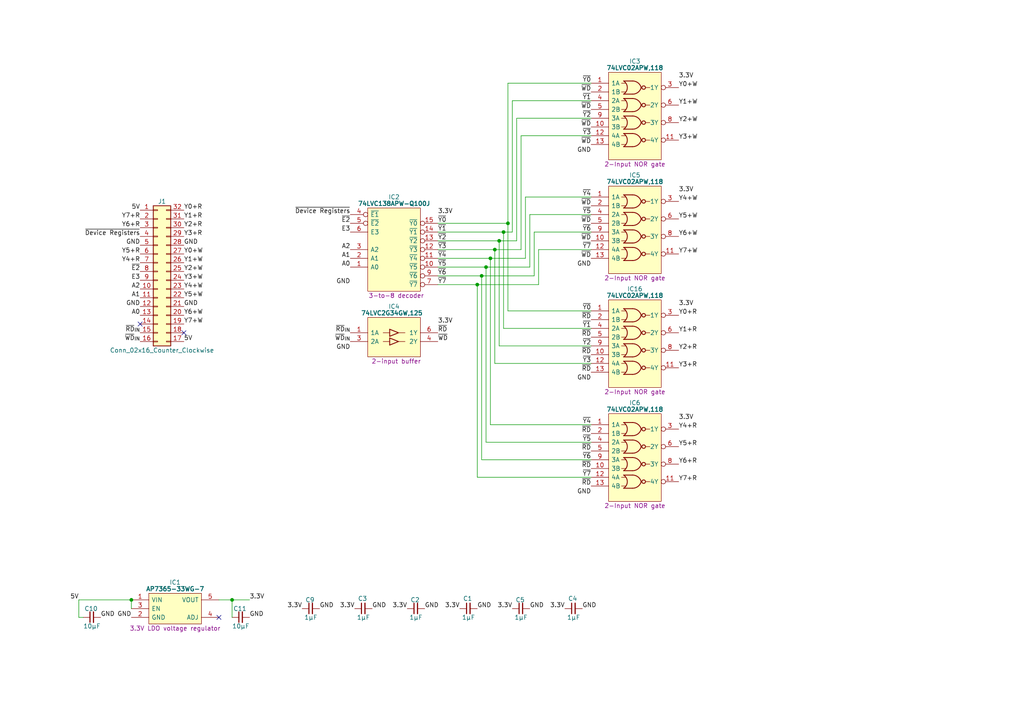
<source format=kicad_sch>
(kicad_sch (version 20230121) (generator eeschema)
  (paper "A4")
  (title_block (title "Device Decode Stage B") (date "2023-10-07") (rev "V0"))
  (lib_symbols
    (symbol "Connector_Generic:Conn_02x16_Counter_Clockwise" (pin_names (offset 1.016) hide)
      (property "Reference" "J" (at 1.27 20.32 0))
      (property "Value" "Conn_02x16_Counter_Clockwise" (at 1.27 -22.86 0))
      (symbol "Conn_02x16_Counter_Clockwise_1_1"
        (rectangle (start -1.27 -20.193) (end 0 -20.447) (stroke (width 0.1524)))
        (rectangle (start -1.27 -17.653) (end 0 -17.907) (stroke (width 0.1524)))
        (rectangle (start -1.27 -15.113) (end 0 -15.367) (stroke (width 0.1524)))
        (rectangle (start -1.27 -12.573) (end 0 -12.827) (stroke (width 0.1524)))
        (rectangle (start -1.27 -10.033) (end 0 -10.287) (stroke (width 0.1524)))
        (rectangle (start -1.27 -7.493) (end 0 -7.747) (stroke (width 0.1524)))
        (rectangle (start -1.27 -4.953) (end 0 -5.207) (stroke (width 0.1524)))
        (rectangle (start -1.27 -2.413) (end 0 -2.667) (stroke (width 0.1524)))
        (rectangle (start -1.27 0.127) (end 0 -0.127) (stroke (width 0.1524)))
        (rectangle (start -1.27 2.667) (end 0 2.413) (stroke (width 0.1524)))
        (rectangle (start -1.27 5.207) (end 0 4.953) (stroke (width 0.1524)))
        (rectangle (start -1.27 7.747) (end 0 7.493) (stroke (width 0.1524)))
        (rectangle (start -1.27 10.287) (end 0 10.033) (stroke (width 0.1524)))
        (rectangle (start -1.27 12.827) (end 0 12.573) (stroke (width 0.1524)))
        (rectangle (start -1.27 15.367) (end 0 15.113) (stroke (width 0.1524)))
        (rectangle (start -1.27 17.907) (end 0 17.653) (stroke (width 0.1524)))
        (rectangle (start -1.27 19.05) (end 3.81 -21.59) (stroke (width 0.254)) (fill (type background)))
        (rectangle (start 3.81 -20.193) (end 2.54 -20.447) (stroke (width 0.1524)))
        (rectangle (start 3.81 -17.653) (end 2.54 -17.907) (stroke (width 0.1524)))
        (rectangle (start 3.81 -15.113) (end 2.54 -15.367) (stroke (width 0.1524)))
        (rectangle (start 3.81 -12.573) (end 2.54 -12.827) (stroke (width 0.1524)))
        (rectangle (start 3.81 -10.033) (end 2.54 -10.287) (stroke (width 0.1524)))
        (rectangle (start 3.81 -7.493) (end 2.54 -7.747) (stroke (width 0.1524)))
        (rectangle (start 3.81 -4.953) (end 2.54 -5.207) (stroke (width 0.1524)))
        (rectangle (start 3.81 -2.413) (end 2.54 -2.667) (stroke (width 0.1524)))
        (rectangle (start 3.81 0.127) (end 2.54 -0.127) (stroke (width 0.1524)))
        (rectangle (start 3.81 2.667) (end 2.54 2.413) (stroke (width 0.1524)))
        (rectangle (start 3.81 5.207) (end 2.54 4.953) (stroke (width 0.1524)))
        (rectangle (start 3.81 7.747) (end 2.54 7.493) (stroke (width 0.1524)))
        (rectangle (start 3.81 10.287) (end 2.54 10.033) (stroke (width 0.1524)))
        (rectangle (start 3.81 12.827) (end 2.54 12.573) (stroke (width 0.1524)))
        (rectangle (start 3.81 15.367) (end 2.54 15.113) (stroke (width 0.1524)))
        (rectangle (start 3.81 17.907) (end 2.54 17.653) (stroke (width 0.1524)))
        (pin passive line (at -5.08 17.78 0) (length 3.81) (name "Pin_1") (number "1"))
        (pin passive line (at -5.08 -5.08 0) (length 3.81) (name "Pin_10") (number "10"))
        (pin passive line (at -5.08 -7.62 0) (length 3.81) (name "Pin_11") (number "11"))
        (pin passive line (at -5.08 -10.16 0) (length 3.81) (name "Pin_12") (number "12"))
        (pin passive line (at -5.08 -12.7 0) (length 3.81) (name "Pin_13") (number "13"))
        (pin passive line (at -5.08 -15.24 0) (length 3.81) (name "Pin_14") (number "14"))
        (pin passive line (at -5.08 -17.78 0) (length 3.81) (name "Pin_15") (number "15"))
        (pin passive line (at -5.08 -20.32 0) (length 3.81) (name "Pin_16") (number "16"))
        (pin passive line (at 7.62 -20.32 180) (length 3.81) (name "Pin_17") (number "17"))
        (pin passive line (at 7.62 -17.78 180) (length 3.81) (name "Pin_18") (number "18"))
        (pin passive line (at 7.62 -15.24 180) (length 3.81) (name "Pin_19") (number "19"))
        (pin passive line (at -5.08 15.24 0) (length 3.81) (name "Pin_2") (number "2"))
        (pin passive line (at 7.62 -12.7 180) (length 3.81) (name "Pin_20") (number "20"))
        (pin passive line (at 7.62 -10.16 180) (length 3.81) (name "Pin_21") (number "21"))
        (pin passive line (at 7.62 -7.62 180) (length 3.81) (name "Pin_22") (number "22"))
        (pin passive line (at 7.62 -5.08 180) (length 3.81) (name "Pin_23") (number "23"))
        (pin passive line (at 7.62 -2.54 180) (length 3.81) (name "Pin_24") (number "24"))
        (pin passive line (at 7.62 0 180) (length 3.81) (name "Pin_25") (number "25"))
        (pin passive line (at 7.62 2.54 180) (length 3.81) (name "Pin_26") (number "26"))
        (pin passive line (at 7.62 5.08 180) (length 3.81) (name "Pin_27") (number "27"))
        (pin passive line (at 7.62 7.62 180) (length 3.81) (name "Pin_28") (number "28"))
        (pin passive line (at 7.62 10.16 180) (length 3.81) (name "Pin_29") (number "29"))
        (pin passive line (at -5.08 12.7 0) (length 3.81) (name "Pin_3") (number "3"))
        (pin passive line (at 7.62 12.7 180) (length 3.81) (name "Pin_30") (number "30"))
        (pin passive line (at 7.62 15.24 180) (length 3.81) (name "Pin_31") (number "31"))
        (pin passive line (at 7.62 17.78 180) (length 3.81) (name "Pin_32") (number "32"))
        (pin passive line (at -5.08 10.16 0) (length 3.81) (name "Pin_4") (number "4"))
        (pin passive line (at -5.08 7.62 0) (length 3.81) (name "Pin_5") (number "5"))
        (pin passive line (at -5.08 5.08 0) (length 3.81) (name "Pin_6") (number "6"))
        (pin passive line (at -5.08 2.54 0) (length 3.81) (name "Pin_7") (number "7"))
        (pin passive line (at -5.08 0 0) (length 3.81) (name "Pin_8") (number "8"))
        (pin passive line (at -5.08 -2.54 0) (length 3.81) (name "Pin_9") (number "9"))
      )
    )
    (symbol "Diodes_Inc:AP7365-33WG-7" (pin_names (offset 0.762))
      (property "Reference" "IC" (at 12.7 5.08 0))
      (property "Value" "AP7365-33WG-7" (at 12.7 3.175 0))
      (property "Description" "3.3V LDO voltage regulator" (at 12.7 -8.255 0))
      (symbol "AP7365-33WG-7_0_0"
        (pin passive line (at 0 0 0) (length 5.08) (name "VIN") (number "1"))
        (pin passive line (at 0 -5.08 0) (length 5.08) (name "GND") (number "2"))
        (pin input line (at 0 -2.54 0) (length 5.08) (name "EN") (number "3"))
        (pin passive line (at 25.4 -5.08 180) (length 5.08) (name "ADJ") (number "4"))
        (pin passive line (at 25.4 0 180) (length 5.08) (name "VOUT") (number "5"))
      )
      (symbol "AP7365-33WG-7_0_1"
        (polyline (pts (xy 5.08 1.905) (xy 20.32 1.905) (xy 20.32 -6.985) (xy 5.08 -6.985) (xy 5.08 1.905)) (fill (type background)))
      )
    )
    (symbol "HCP65:C_0805" (pin_numbers hide) (pin_names (offset 0.254) hide)
      (property "Reference" "C" (at 2.286 2.54 0))
      (property "Value" "?μF" (at 2.54 -2.54 0))
      (symbol "C_0805_0_1"
        (polyline (pts (xy 1.9685 -1.4605) (xy 1.9685 1.5875)) (stroke (width 0.3048)))
        (polyline (pts (xy 2.9845 -1.4605) (xy 2.9845 1.5875)) (stroke (width 0.3302)))
      )
      (symbol "C_0805_1_1"
        (pin passive line (at 0 0 0) (length 2.032) (name "~") (number "1"))
        (pin passive line (at 5.08 0 180) (length 2.032) (name "~") (number "2"))
      )
    )
    (symbol "Nexperia:74LVC02APW,118" (pin_names (offset 0.762))
      (property "Reference" "IC" (at 12.7 6.35 0))
      (property "Value" "74LVC02APW,118" (at 12.7 4.445 0))
      (property "Description" "2-Input NOR gate" (at 12.7 -23.495 0))
      (symbol "74LVC02APW,118_0_0"
        (pin input line (at 0 0 0) (length 5.08) (name "1A") (number "1"))
        (pin input line (at 0 -12.7 0) (length 5.08) (name "3B") (number "10"))
        (pin output inverted (at 25.4 -16.51 180) (length 5.08) (name "4Y") (number "11"))
        (pin input line (at 0 -15.24 0) (length 5.08) (name "4A") (number "12"))
        (pin input line (at 0 -17.78 0) (length 5.08) (name "4B") (number "13"))
        (pin passive line (at 25.4 1.27 180) (length 5.08) hide (name "3V") (number "14"))
        (pin input line (at 0 -2.54 0) (length 5.08) (name "1B") (number "2"))
        (pin output inverted (at 25.4 -1.27 180) (length 5.08) (name "1Y") (number "3"))
        (pin input line (at 0 -5.08 0) (length 5.08) (name "2A") (number "4"))
        (pin input line (at 0 -7.62 0) (length 5.08) (name "2B") (number "5"))
        (pin output inverted (at 25.4 -6.35 180) (length 5.08) (name "2Y") (number "6"))
        (pin passive line (at 0 -20.32 0) (length 5.08) hide (name "GND") (number "7"))
        (pin output inverted (at 25.4 -11.43 180) (length 5.08) (name "3Y") (number "8"))
        (pin input line (at 0 -10.16 0) (length 5.08) (name "3A") (number "9"))
      )
      (symbol "74LVC02APW,118_0_1"
        (polyline (pts (xy 8.802 -17.78) (xy 10.0719 -17.78)))
        (polyline (pts (xy 8.802 -15.24) (xy 10.0719 -15.24)))
        (polyline (pts (xy 8.802 -12.7) (xy 10.0719 -12.7)))
        (polyline (pts (xy 8.802 -10.16) (xy 10.0719 -10.16)))
        (polyline (pts (xy 8.802 -7.62) (xy 10.0719 -7.62)))
        (polyline (pts (xy 8.802 -5.08) (xy 10.0719 -5.08)))
        (polyline (pts (xy 8.802 -2.54) (xy 10.0719 -2.54)))
        (polyline (pts (xy 8.802 0) (xy 10.0719 0)))
        (polyline (pts (xy 11.977 -18.415) (xy 9.437 -18.415)) (stroke (width 0.254)) (fill (type background)))
        (polyline (pts (xy 11.977 -14.605) (xy 9.437 -14.605)) (stroke (width 0.254)) (fill (type background)))
        (polyline (pts (xy 11.977 -13.335) (xy 9.437 -13.335)) (stroke (width 0.254)) (fill (type background)))
        (polyline (pts (xy 11.977 -9.525) (xy 9.437 -9.525)) (stroke (width 0.254)) (fill (type background)))
        (polyline (pts (xy 11.977 -8.255) (xy 9.437 -8.255)) (stroke (width 0.254)) (fill (type background)))
        (polyline (pts (xy 11.977 -4.445) (xy 9.437 -4.445)) (stroke (width 0.254)) (fill (type background)))
        (polyline (pts (xy 11.977 -3.175) (xy 9.437 -3.175)) (stroke (width 0.254)) (fill (type background)))
        (polyline (pts (xy 11.977 0.635) (xy 9.437 0.635)) (stroke (width 0.254)) (fill (type background)))
        (polyline (pts (xy 15.875 -16.51) (xy 17.057 -16.51)))
        (polyline (pts (xy 15.875 -11.43) (xy 17.057 -11.43)))
        (polyline (pts (xy 15.875 -6.35) (xy 17.057 -6.35)))
        (polyline (pts (xy 15.875 -1.27) (xy 17.057 -1.27)))
        (polyline (pts (xy 5.08 3.175) (xy 20.32 3.175) (xy 20.32 -22.225) (xy 5.08 -22.225) (xy 5.08 3.175)) (stroke (width 0.1524)) (fill (type background)))
        (arc (start 9.437 -18.415) (mid 10.4969 -16.51) (end 9.437 -14.605) (stroke (width 0.254)))
        (arc (start 9.437 -13.335) (mid 10.4969 -11.43) (end 9.437 -9.525) (stroke (width 0.254)))
        (arc (start 9.437 -8.255) (mid 10.4969 -6.35) (end 9.437 -4.445) (stroke (width 0.254)))
        (arc (start 9.437 -3.175) (mid 10.4969 -1.27) (end 9.437 0.635) (stroke (width 0.254)))
        (arc (start 11.977 -18.415) (mid 13.5751 -17.9001) (end 14.517 -16.51) (stroke (width 0.254)))
        (arc (start 11.977 -13.335) (mid 13.5751 -12.8201) (end 14.517 -11.43) (stroke (width 0.254)))
        (arc (start 11.977 -8.255) (mid 13.5751 -7.7401) (end 14.517 -6.35) (stroke (width 0.254)))
        (arc (start 11.977 -3.175) (mid 13.5753 -2.6602) (end 14.517 -1.27) (stroke (width 0.254)))
        (arc (start 14.517 -16.51) (mid 13.5761 -15.1187) (end 11.977 -14.605) (stroke (width 0.254)))
        (arc (start 14.517 -11.43) (mid 13.5761 -10.0387) (end 11.977 -9.525) (stroke (width 0.254)))
        (arc (start 14.517 -6.35) (mid 13.5761 -4.9587) (end 11.977 -4.445) (stroke (width 0.254)))
        (arc (start 14.517 -1.27) (mid 13.5761 0.1213) (end 11.977 0.635) (stroke (width 0.254)))
        (circle (center 15.24 -16.51) (radius 0.508) (stroke (width 0.254)))
        (circle (center 15.24 -11.43) (radius 0.508) (stroke (width 0.254)))
        (circle (center 15.24 -6.35) (radius 0.508) (stroke (width 0.254)))
        (circle (center 15.24 -1.27) (radius 0.508) (stroke (width 0.254)))
      )
    )
    (symbol "Nexperia:74LVC138APW-Q100J" (pin_names (offset 0.762))
      (property "Reference" "IC" (at 12.7 3.175 0))
      (property "Value" "74LVC138APW-Q100J" (at 12.7 1.27 0))
      (property "Description" "3-to-8 decoder" (at 12.7 -25.4 0))
      (symbol "74LVC138APW-Q100J_0_0"
        (pin input line (at 0 -17.145 0) (length 5.08) (name "A0") (number "1"))
        (pin output inverted (at 25.4 -17.145 180) (length 5.08) (name "~{Y5}") (number "10"))
        (pin output inverted (at 25.4 -14.605 180) (length 5.08) (name "~{Y4}") (number "11"))
        (pin output inverted (at 25.4 -12.065 180) (length 5.08) (name "~{Y3}") (number "12"))
        (pin output inverted (at 25.4 -9.525 180) (length 5.08) (name "~{Y2}") (number "13"))
        (pin output inverted (at 25.4 -6.985 180) (length 5.08) (name "~{Y1}") (number "14"))
        (pin output inverted (at 25.4 -4.445 180) (length 5.08) (name "~{Y0}") (number "15"))
        (pin passive line (at 25.4 -1.905 180) (length 5.08) hide (name "3V") (number "16"))
        (pin input line (at 0 -14.605 0) (length 5.08) (name "A1") (number "2"))
        (pin input line (at 0 -12.065 0) (length 5.08) (name "A2") (number "3"))
        (pin input line (at 0 -6.985 0) (length 5.08) (name "E3") (number "6"))
        (pin output inverted (at 25.4 -22.225 180) (length 5.08) (name "~{Y7}") (number "7"))
        (pin passive line (at 0 -22.225 0) (length 5.08) hide (name "GND") (number "8"))
        (pin output inverted (at 25.4 -19.685 180) (length 5.08) (name "~{Y6}") (number "9"))
      )
      (symbol "74LVC138APW-Q100J_0_1"
        (polyline (pts (xy 5.08 0) (xy 20.32 0) (xy 20.32 -24.13) (xy 5.08 -24.13) (xy 5.08 0)) (stroke (width 0.1524)) (fill (type background)))
      )
      (symbol "74LVC138APW-Q100J_1_0"
        (pin input inverted (at 0 -1.905 0) (length 5.08) (name "~{E1}") (number "4"))
        (pin input inverted (at 0 -4.445 0) (length 5.08) (name "~{E2}") (number "5"))
      )
    )
    (symbol "Nexperia:74LVC2G34GW,125" (pin_names (offset 0.762))
      (property "Reference" "IC" (at 12.7 5.08 0))
      (property "Value" "74LVC2G34GW,125" (at 12.065 3.175 0))
      (property "Description" "2-input buffer" (at 13.335 -10.795 0))
      (symbol "74LVC2G34GW,125_0_0"
        (pin input line (at 0 -2.54 0) (length 5.08) (name "1A") (number "1"))
        (pin input line (at 0 -5.08 0) (length 5.08) (name "2A") (number "3"))
        (pin output line (at 25.4 -5.08 180) (length 5.08) (name "2Y") (number "4"))
        (pin output line (at 25.4 -2.54 180) (length 5.08) (name "1Y") (number "6"))
      )
      (symbol "74LVC2G34GW,125_0_1"
        (polyline (pts (xy 9.525 -5.08) (xy 11.43 -5.08)))
        (polyline (pts (xy 9.525 -2.54) (xy 11.43 -2.54)))
        (polyline (pts (xy 13.97 -5.08) (xy 15.875 -5.08)))
        (polyline (pts (xy 13.97 -2.54) (xy 15.875 -2.54)))
        (polyline (pts (xy 11.43 -6.096) (xy 13.97 -5.08) (xy 11.43 -4.064)) (stroke (width 0.254)))
        (polyline (pts (xy 11.43 -3.556) (xy 13.97 -2.54) (xy 11.43 -1.524)) (stroke (width 0.254)))
        (polyline (pts (xy 5.08 1.905) (xy 20.32 1.905) (xy 20.32 -9.525) (xy 5.08 -9.525) (xy 5.08 1.905)) (stroke (width 0.1524)) (fill (type background)))
        (rectangle (start 11.43 -4.064) (end 11.43 -6.096) (stroke (width 0.254)) (fill (type background)))
        (rectangle (start 11.43 -1.524) (end 11.43 -3.556) (stroke (width 0.254)) (fill (type background)))
      )
      (symbol "74LVC2G34GW,125_1_0"
        (pin passive line (at 0 -7.62 0) (length 5.08) hide (name "GND") (number "2"))
        (pin passive line (at 25.4 0 180) (length 5.08) hide (name "3V") (number "5"))
      )
    )
  )
  (junction (at 142.24 74.93))
  (junction (at 38.1 173.99))
  (junction (at 147.32 64.77))
  (junction (at 138.43 82.55))
  (junction (at 140.97 77.47))
  (junction (at 143.51 72.39))
  (junction (at 139.7 80.01))
  (junction (at 67.31 173.99))
  (junction (at 146.05 67.31))
  (junction (at 144.78 69.85))
  (no_connect (at 63.5 179.07))
  (no_connect (at 53.34 96.52))
  (no_connect (at 40.64 93.98))
  (wire (pts (xy 127 72.39) (xy 143.51 72.39)))
  (wire (pts (xy 144.78 69.85) (xy 149.86 69.85)))
  (wire (pts (xy 153.67 77.47) (xy 153.67 62.23)))
  (wire (pts (xy 154.94 80.01) (xy 154.94 67.31)))
  (wire (pts (xy 156.21 72.39) (xy 171.45 72.39)))
  (wire (pts (xy 67.31 179.07) (xy 67.31 173.99)))
  (wire (pts (xy 146.05 67.31) (xy 148.59 67.31)))
  (wire (pts (xy 152.4 57.15) (xy 152.4 74.93)))
  (wire (pts (xy 143.51 72.39) (xy 143.51 105.41)))
  (wire (pts (xy 139.7 80.01) (xy 154.94 80.01)))
  (wire (pts (xy 143.51 105.41) (xy 171.45 105.41)))
  (wire (pts (xy 138.43 82.55) (xy 138.43 138.43)))
  (wire (pts (xy 147.32 90.17) (xy 171.45 90.17)))
  (wire (pts (xy 127 69.85) (xy 144.78 69.85)))
  (wire (pts (xy 22.86 173.99) (xy 38.1 173.99)))
  (wire (pts (xy 147.32 24.13) (xy 171.45 24.13)))
  (wire (pts (xy 148.59 67.31) (xy 148.59 29.21)))
  (wire (pts (xy 139.7 80.01) (xy 139.7 133.35)))
  (wire (pts (xy 147.32 64.77) (xy 147.32 90.17)))
  (wire (pts (xy 146.05 95.25) (xy 171.45 95.25)))
  (wire (pts (xy 153.67 62.23) (xy 171.45 62.23)))
  (wire (pts (xy 38.1 173.99) (xy 38.1 176.53)))
  (wire (pts (xy 154.94 67.31) (xy 171.45 67.31)))
  (wire (pts (xy 151.13 72.39) (xy 151.13 39.37)))
  (wire (pts (xy 142.24 74.93) (xy 142.24 123.19)))
  (wire (pts (xy 142.24 123.19) (xy 171.45 123.19)))
  (wire (pts (xy 127 64.77) (xy 147.32 64.77)))
  (wire (pts (xy 138.43 82.55) (xy 156.21 82.55)))
  (wire (pts (xy 127 74.93) (xy 142.24 74.93)))
  (wire (pts (xy 171.45 57.15) (xy 152.4 57.15)))
  (wire (pts (xy 149.86 34.29) (xy 149.86 69.85)))
  (wire (pts (xy 144.78 100.33) (xy 171.45 100.33)))
  (wire (pts (xy 63.5 173.99) (xy 67.31 173.99)))
  (wire (pts (xy 127 77.47) (xy 140.97 77.47)))
  (wire (pts (xy 144.78 69.85) (xy 144.78 100.33)))
  (wire (pts (xy 147.32 64.77) (xy 147.32 24.13)))
  (wire (pts (xy 127 80.01) (xy 139.7 80.01)))
  (wire (pts (xy 127 67.31) (xy 146.05 67.31)))
  (wire (pts (xy 171.45 34.29) (xy 149.86 34.29)))
  (wire (pts (xy 142.24 74.93) (xy 152.4 74.93)))
  (wire (pts (xy 22.86 173.99) (xy 22.86 179.07)))
  (wire (pts (xy 156.21 82.55) (xy 156.21 72.39)))
  (wire (pts (xy 151.13 39.37) (xy 171.45 39.37)))
  (wire (pts (xy 127 82.55) (xy 138.43 82.55)))
  (wire (pts (xy 140.97 128.27) (xy 171.45 128.27)))
  (wire (pts (xy 140.97 77.47) (xy 153.67 77.47)))
  (wire (pts (xy 148.59 29.21) (xy 171.45 29.21)))
  (wire (pts (xy 140.97 77.47) (xy 140.97 128.27)))
  (wire (pts (xy 22.86 179.07) (xy 24.13 179.07)))
  (wire (pts (xy 139.7 133.35) (xy 171.45 133.35)))
  (wire (pts (xy 143.51 72.39) (xy 151.13 72.39)))
  (wire (pts (xy 67.31 173.99) (xy 72.39 173.99)))
  (wire (pts (xy 146.05 67.31) (xy 146.05 95.25)))
  (wire (pts (xy 138.43 138.43) (xy 171.45 138.43)))
  (label "Y0+W" (at 53.34 73.66 0))
  (label "~{Y0}" (at 171.45 90.17 180))
  (label "~{Y3}" (at 171.45 39.37 180))
  (label "GND" (at 138.43 176.53 0))
  (label "A2" (at 40.64 83.82 180))
  (label "~{WD}" (at 171.45 64.77 180))
  (label "Y3+R" (at 196.85 106.68 0))
  (label "~{RD}" (at 171.45 102.87 180))
  (label "Y0+W" (at 196.85 25.4 0))
  (label "5V" (at 53.34 99.06 0))
  (label "Y2+R" (at 53.34 66.04 0))
  (label "~{WD}_{IN}" (at 40.64 99.06 180))
  (label "~{WD}" (at 171.45 31.75 180))
  (label "~{Y4}" (at 127 74.93 0))
  (label "3.3V" (at 127 62.23 0))
  (label "Y0+R" (at 196.85 91.44 0))
  (label "GND" (at 72.39 179.07 0))
  (label "~{Y3}" (at 127 72.39 0))
  (label "~{RD}" (at 171.45 107.95 180))
  (label "~{Y0}" (at 127 64.77 0))
  (label "3.3V" (at 196.85 55.88 0))
  (label "~{WD}" (at 171.45 74.93 180))
  (label "Y3+W" (at 53.34 81.28 0))
  (label "E3" (at 101.6 67.31 180))
  (label "GND" (at 171.45 143.51 180))
  (label "Y1+W" (at 53.34 76.2 0))
  (label "Y6+R" (at 40.64 66.04 180))
  (label "GND" (at 171.45 44.45 180))
  (label "~{Y5}" (at 171.45 62.23 180))
  (label "~{Y2}" (at 171.45 100.33 180))
  (label "A2" (at 101.6 72.39 180))
  (label "Y4+W" (at 196.85 58.42 0))
  (label "Y2+W" (at 53.34 78.74 0))
  (label "Y2+R" (at 196.85 101.6 0))
  (label "~{Y0}" (at 171.45 24.13 180))
  (label "GND" (at 29.21 179.07 0))
  (label "A0" (at 40.64 91.44 180))
  (label "5V" (at 22.86 173.99 180))
  (label "~{Y1}" (at 171.45 29.21 180))
  (label "~{RD}" (at 127 96.52 0))
  (label "3.3V" (at 102.87 176.53 180))
  (label "~{Y4}" (at 171.45 123.19 180))
  (label "GND" (at 40.64 88.9 180))
  (label "~{Y7}" (at 127 82.55 0))
  (label "Y7+W" (at 53.34 93.98 0))
  (label "5V" (at 40.64 60.96 180))
  (label "GND" (at 92.71 176.53 0))
  (label "~{Device Registers}" (at 40.64 68.58 180))
  (label "GND" (at 107.95 176.53 0))
  (label "Y3+W" (at 196.85 40.64 0))
  (label "~{WD}" (at 171.45 26.67 180))
  (label "GND" (at 38.1 179.07 180))
  (label "3.3V" (at 118.11 176.53 180))
  (label "Y6+W" (at 53.34 91.44 0))
  (label "A1" (at 40.64 86.36 180))
  (label "~{RD}" (at 171.45 97.79 180))
  (label "Y1+R" (at 53.34 63.5 0))
  (label "GND" (at 153.67 176.53 0))
  (label "Y4+R" (at 196.85 124.46 0))
  (label "E3" (at 40.64 81.28 180))
  (label "Y3+R" (at 53.34 68.58 0))
  (label "Y6+W" (at 196.85 68.58 0))
  (label "~{WD}" (at 171.45 36.83 180))
  (label "~{WD}" (at 171.45 41.91 180))
  (label "GND" (at 171.45 110.49 180))
  (label "~{RD}_{IN}" (at 40.64 96.52 180))
  (label "~{Y6}" (at 127 80.01 0))
  (label "Y7+W" (at 196.85 73.66 0))
  (label "3.3V" (at 196.85 88.9 0))
  (label "3.3V" (at 196.85 121.92 0))
  (label "Y6+R" (at 196.85 134.62 0))
  (label "A1" (at 101.6 74.93 180))
  (label "~{WD}" (at 127 99.06 0))
  (label "GND" (at 40.64 71.12 180))
  (label "3.3V" (at 87.63 176.53 180))
  (label "~{Y5}" (at 171.45 128.27 180))
  (label "~{Y3}" (at 171.45 105.41 180))
  (label "Y4+W" (at 53.34 83.82 0))
  (label "GND" (at 53.34 71.12 0))
  (label "~{Y7}" (at 171.45 72.39 180))
  (label "~{RD}_{IN}" (at 101.6 96.52 180))
  (label "3.3V" (at 148.59 176.53 180))
  (label "3.3V" (at 127 93.98 0))
  (label "3.3V" (at 196.85 22.86 0))
  (label "GND" (at 168.91 176.53 0))
  (label "~{E2}" (at 101.6 64.77 180))
  (label "~{RD}" (at 171.45 130.81 180))
  (label "~{Y7}" (at 171.45 138.43 180))
  (label "Y5+R" (at 196.85 129.54 0))
  (label "3.3V" (at 133.35 176.53 180))
  (label "Y1+W" (at 196.85 30.48 0))
  (label "3.3V" (at 72.39 173.99 0))
  (label "~{Device Registers}" (at 101.6 62.23 180))
  (label "3.3V" (at 163.83 176.53 180))
  (label "~{RD}" (at 171.45 135.89 180))
  (label "Y1+R" (at 196.85 96.52 0))
  (label "GND" (at 101.6 101.6 180))
  (label "Y7+R" (at 196.85 139.7 0))
  (label "~{RD}" (at 171.45 140.97 180))
  (label "~{Y6}" (at 171.45 67.31 180))
  (label "Y5+R" (at 40.64 73.66 180))
  (label "GND" (at 101.6 82.55 180))
  (label "A0" (at 101.6 77.47 180))
  (label "GND" (at 171.45 77.47 180))
  (label "Y0+R" (at 53.34 60.96 0))
  (label "Y2+W" (at 196.85 35.56 0))
  (label "GND" (at 53.34 88.9 0))
  (label "~{Y6}" (at 171.45 133.35 180))
  (label "~{Y4}" (at 171.45 57.15 180))
  (label "Y5+W" (at 196.85 63.5 0))
  (label "~{E2}" (at 40.64 78.74 180))
  (label "~{Y1}" (at 127 67.31 0))
  (label "~{Y5}" (at 127 77.47 0))
  (label "~{WD}_{IN}" (at 101.6 99.06 180))
  (label "~{WD}" (at 171.45 59.69 180))
  (label "~{RD}" (at 171.45 125.73 180))
  (label "Y4+R" (at 40.64 76.2 180))
  (label "~{Y2}" (at 171.45 34.29 180))
  (label "~{RD}" (at 171.45 92.71 180))
  (label "Y5+W" (at 53.34 86.36 0))
  (label "Y7+R" (at 40.64 63.5 180))
  (label "~{Y1}" (at 171.45 95.25 180))
  (label "GND" (at 123.19 176.53 0))
  (label "~{Y2}" (at 127 69.85 0))
  (label "~{WD}" (at 171.45 69.85 180))
  (symbol (lib_id "HCP65:C_0805") (at 163.83 176.53 0) (unit 1)
    (property "Reference" "C4" (at 166.116 173.609 0))
    (property "Value" "1μF" (at 166.37 179.07 0))
    (property "Footprint" "SamacSys_Parts:C_0805" (effects hide))
  )
  (symbol (lib_id "Nexperia:74LVC02APW,118") (at 171.45 57.15 0) (unit 1)
    (property "Reference" "IC5" (at 184.15 50.8 0))
    (property "Value" "74LVC02APW,118" (at 184.15 52.705 0) (effects (font bold)))
    (property "Footprint" "SOP65P640X110-14N" (effects hide))
    (property "Datasheet" "https://assets.nexperia.com/documents/data-sheet/74LVC02A.pdf" (effects hide))
    (property "Description" "2-Input NOR gate" (at 184.15 80.645 0))
    (property "Height" "1.1" (effects hide))
    (property "Mouser Part Number" "771-74LVC02APW-T" (effects hide))
    (property "Mouser Price/Stock" "https://www.mouser.co.uk/ProductDetail/Nexperia/74LVC02APW118?qs=me8TqzrmIYX6VnwIC2vA2w%3D%3D" (effects hide))
    (property "Manufacturer_Name" "Nexperia" (effects hide))
    (property "Manufacturer_Part_Number" "74LVC02APW,118" (effects hide))
    (property "Silkscreen" "74LVC02" (effects hide))
  )
  (symbol (lib_id "Nexperia:74LVC02APW,118") (at 171.45 123.19 0) (unit 1)
    (property "Reference" "IC6" (at 184.15 116.84 0))
    (property "Value" "74LVC02APW,118" (at 184.15 118.745 0) (effects (font bold)))
    (property "Footprint" "SOP65P640X110-14N" (effects hide))
    (property "Datasheet" "https://assets.nexperia.com/documents/data-sheet/74LVC02A.pdf" (effects hide))
    (property "Description" "2-Input NOR gate" (at 184.15 146.685 0))
    (property "Height" "1.1" (effects hide))
    (property "Mouser Part Number" "771-74LVC02APW-T" (effects hide))
    (property "Mouser Price/Stock" "https://www.mouser.co.uk/ProductDetail/Nexperia/74LVC02APW118?qs=me8TqzrmIYX6VnwIC2vA2w%3D%3D" (effects hide))
    (property "Manufacturer_Name" "Nexperia" (effects hide))
    (property "Manufacturer_Part_Number" "74LVC02APW,118" (effects hide))
    (property "Silkscreen" "74LVC02" (effects hide))
  )
  (symbol (lib_id "Nexperia:74LVC2G34GW,125") (at 101.6 93.98 0) (unit 1)
    (property "Reference" "IC4" (at 114.3 88.9 0))
    (property "Value" "74LVC2G34GW,125" (at 113.665 90.805 0) (effects (font bold)))
    (property "Footprint" "74LVC2G34GW125" (effects hide))
    (property "Datasheet" "https://assets.nexperia.com/documents/data-sheet/74LVC2G34.pdf" (effects hide))
    (property "Description" "2-input buffer" (at 114.935 104.775 0))
    (property "Height" "1.1" (effects hide))
    (property "Manufacturer_Name" "Nexperia" (effects hide))
    (property "Manufacturer_Part_Number" "74LVC2G34GW,125" (effects hide))
    (property "Mouser Part Number" "771-LVC2G34GW125" (effects hide))
    (property "Silkscreen" "'2G34" (effects hide))
  )
  (symbol (lib_id "HCP65:C_0805") (at 87.63 176.53 0) (unit 1)
    (property "Reference" "C9" (at 89.916 173.99 0))
    (property "Value" "1μF" (at 90.17 179.07 0))
    (property "Footprint" "SamacSys_Parts:C_0805" (effects hide))
  )
  (symbol (lib_id "Connector_Generic:Conn_02x16_Counter_Clockwise") (at 45.72 78.74 0) (unit 1)
    (property "Reference" "J1" (at 46.99 58.42 0))
    (property "Value" "Conn_02x16_Counter_Clockwise" (at 46.99 101.6 0))
    (property "Footprint" "SamacSys_Parts:DIP-32_Board_W15.24mm" (effects hide))
  )
  (symbol (lib_id "Nexperia:74LVC02APW,118") (at 171.45 90.17 0) (unit 1)
    (property "Reference" "IC16" (at 184.15 83.82 0))
    (property "Value" "74LVC02APW,118" (at 184.15 85.725 0) (effects (font bold)))
    (property "Footprint" "SOP65P640X110-14N" (effects hide))
    (property "Datasheet" "https://assets.nexperia.com/documents/data-sheet/74LVC02A.pdf" (effects hide))
    (property "Description" "2-Input NOR gate" (at 184.15 113.665 0))
    (property "Height" "1.1" (effects hide))
    (property "Mouser Part Number" "771-74LVC02APW-T" (effects hide))
    (property "Mouser Price/Stock" "https://www.mouser.co.uk/ProductDetail/Nexperia/74LVC02APW118?qs=me8TqzrmIYX6VnwIC2vA2w%3D%3D" (effects hide))
    (property "Manufacturer_Name" "Nexperia" (effects hide))
    (property "Manufacturer_Part_Number" "74LVC02APW,118" (effects hide))
    (property "Silkscreen" "74LVC02" (effects hide))
  )
  (symbol (lib_id "Nexperia:74LVC138APW-Q100J") (at 101.6 60.325 0) (unit 1)
    (property "Reference" "IC2" (at 114.3 57.15 0))
    (property "Value" "74LVC138APW-Q100J" (at 114.3 59.055 0) (effects (font bold)))
    (property "Footprint" "SOP65P640X110-16N" (effects hide))
    (property "Datasheet" "https://assets.nexperia.com/documents/data-sheet/74LVC138A_Q100.pdf" (effects hide))
    (property "Description" "3-to-8 decoder" (at 114.935 85.725 0))
    (property "Height" "1.1" (effects hide))
    (property "Mouser Part Number" "771-74LVC138APWQ100J" (effects hide))
    (property "Mouser Price/Stock" "https://www.mouser.co.uk/ProductDetail/Nexperia/74LVC138APW-Q100J?qs=fi7yB2oewZnXKE82xo%252BhJQ%3D%3D" (effects hide))
    (property "Manufacturer_Name" "Nexperia" (effects hide))
    (property "Manufacturer_Part_Number" "74LVC138APW-Q100J" (effects hide))
    (property "Silkscreen" "74LVC138" (effects hide))
  )
  (symbol (lib_id "HCP65:C_0805") (at 102.87 176.53 0) (unit 1)
    (property "Reference" "C3" (at 105.156 173.609 0))
    (property "Value" "1μF" (at 105.41 179.07 0))
    (property "Footprint" "SamacSys_Parts:C_0805" (effects hide))
  )
  (symbol (lib_id "HCP65:C_0805") (at 133.35 176.53 0) (unit 1)
    (property "Reference" "C1" (at 135.636 173.609 0))
    (property "Value" "1μF" (at 135.89 179.07 0))
    (property "Footprint" "SamacSys_Parts:C_0805" (effects hide))
  )
  (symbol (lib_id "HCP65:C_0805") (at 24.13 179.07 0) (unit 1)
    (property "Reference" "C10" (at 26.416 176.53 0))
    (property "Value" "10µF" (at 24.13 181.61 0) (effects (justify left)))
    (property "Footprint" "SamacSys_Parts:C_0805" (effects hide))
  )
  (symbol (lib_id "HCP65:C_0805") (at 118.11 176.53 0) (unit 1)
    (property "Reference" "C2" (at 120.396 173.99 0))
    (property "Value" "1μF" (at 120.65 179.07 0))
    (property "Footprint" "SamacSys_Parts:C_0805" (effects hide))
  )
  (symbol (lib_id "Diodes_Inc:AP7365-33WG-7") (at 38.1 173.99 0) (unit 1)
    (property "Reference" "IC1" (at 50.8 168.91 0))
    (property "Value" "AP7365-33WG-7" (at 50.8 170.815 0) (effects (font bold)))
    (property "Footprint" "SOT95P285X130-5N" (effects hide))
    (property "Datasheet" "https://componentsearchengine.com/Datasheets/1/AP7365-33WG-7.pdf" (effects hide))
    (property "Description" "3.3V LDO voltage regulator" (at 50.8 182.245 0))
    (property "Height" "1.3" (effects hide))
    (property "Manufacturer_Name" "Diodes Inc." (effects hide))
    (property "Manufacturer_Part_Number" "AP7365-33WG-7" (effects hide))
    (property "Mouser Part Number" "621-AP7365-33WG-7" (effects hide))
    (property "Mouser Price/Stock" "https://www.mouser.co.uk/ProductDetail/Diodes-Incorporated/AP7365-33WG-7?qs=abZ1nkZpTuOZFvxvoFPL0w%3D%3D" (effects hide))
    (property "Arrow Part Number" "AP7365-33WG-7" (effects hide))
    (property "Arrow Price/Stock" "https://www.arrow.com/en/products/ap7365-33wg-7/diodes-incorporated?region=nac" (effects hide))
    (property "Silkscreen" "AP7365" (effects hide))
  )
  (symbol (lib_id "Nexperia:74LVC02APW,118") (at 171.45 24.13 0) (unit 1)
    (property "Reference" "IC3" (at 184.15 17.78 0))
    (property "Value" "74LVC02APW,118" (at 184.15 19.685 0) (effects (font bold)))
    (property "Footprint" "SOP65P640X110-14N" (effects hide))
    (property "Datasheet" "https://assets.nexperia.com/documents/data-sheet/74LVC02A.pdf" (effects hide))
    (property "Description" "2-Input NOR gate" (at 184.15 47.625 0))
    (property "Height" "1.1" (effects hide))
    (property "Mouser Part Number" "771-74LVC02APW-T" (effects hide))
    (property "Mouser Price/Stock" "https://www.mouser.co.uk/ProductDetail/Nexperia/74LVC02APW118?qs=me8TqzrmIYX6VnwIC2vA2w%3D%3D" (effects hide))
    (property "Manufacturer_Name" "Nexperia" (effects hide))
    (property "Manufacturer_Part_Number" "74LVC02APW,118" (effects hide))
    (property "Silkscreen" "74LVC02" (effects hide))
  )
  (symbol (lib_id "HCP65:C_0805") (at 67.31 179.07 0) (unit 1)
    (property "Reference" "C11" (at 69.596 176.53 0))
    (property "Value" "10µF" (at 67.31 181.61 0) (effects (justify left)))
    (property "Footprint" "SamacSys_Parts:C_0805" (effects hide))
  )
  (symbol (lib_id "HCP65:C_0805") (at 148.59 176.53 0) (unit 1)
    (property "Reference" "C5" (at 150.876 173.99 0))
    (property "Value" "1μF" (at 151.13 179.07 0))
    (property "Footprint" "SamacSys_Parts:C_0805" (effects hide))
  )
)
</source>
